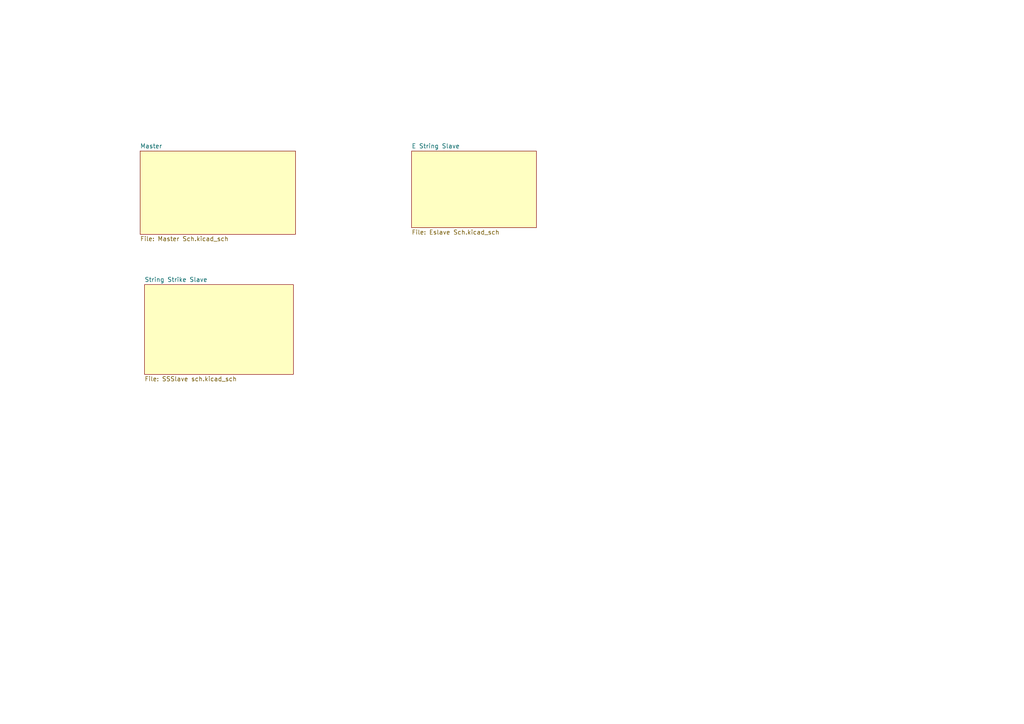
<source format=kicad_sch>
(kicad_sch
	(version 20231120)
	(generator "eeschema")
	(generator_version "8.0")
	(uuid "06818073-fb22-48ee-acc5-6dedd827034e")
	(paper "A4")
	(lib_symbols)
	(sheet
		(at 40.64 43.815)
		(size 45.085 24.13)
		(fields_autoplaced yes)
		(stroke
			(width 0.1524)
			(type solid)
		)
		(fill
			(color 255 255 194 1.0000)
		)
		(uuid "0dc3b915-e001-48bd-b9bb-7010249087fd")
		(property "Sheetname" "Master"
			(at 40.64 43.1034 0)
			(effects
				(font
					(size 1.27 1.27)
				)
				(justify left bottom)
			)
		)
		(property "Sheetfile" "Master Sch.kicad_sch"
			(at 40.64 68.5296 0)
			(effects
				(font
					(size 1.27 1.27)
				)
				(justify left top)
			)
		)
		(instances
			(project "Midi Bass Sch"
				(path "/06818073-fb22-48ee-acc5-6dedd827034e"
					(page "2")
				)
			)
		)
	)
	(sheet
		(at 119.38 43.815)
		(size 36.195 22.225)
		(fields_autoplaced yes)
		(stroke
			(width 0.1524)
			(type solid)
		)
		(fill
			(color 255 255 194 1.0000)
		)
		(uuid "55f5fc9c-362b-429f-ad6f-f98ffe4c4860")
		(property "Sheetname" "E String Slave"
			(at 119.38 43.1034 0)
			(effects
				(font
					(size 1.27 1.27)
				)
				(justify left bottom)
			)
		)
		(property "Sheetfile" "Eslave Sch.kicad_sch"
			(at 119.38 66.6246 0)
			(effects
				(font
					(size 1.27 1.27)
				)
				(justify left top)
			)
		)
		(instances
			(project "Midi Bass Sch"
				(path "/06818073-fb22-48ee-acc5-6dedd827034e"
					(page "3")
				)
			)
		)
	)
	(sheet
		(at 41.91 82.55)
		(size 43.18 26.035)
		(fields_autoplaced yes)
		(stroke
			(width 0.1524)
			(type solid)
		)
		(fill
			(color 255 255 194 1.0000)
		)
		(uuid "673444b1-2638-4f61-b545-e7cdf999c0e0")
		(property "Sheetname" "String Strike Slave"
			(at 41.91 81.8384 0)
			(effects
				(font
					(size 1.27 1.27)
				)
				(justify left bottom)
			)
		)
		(property "Sheetfile" "SSSlave sch.kicad_sch"
			(at 41.91 109.1696 0)
			(effects
				(font
					(size 1.27 1.27)
				)
				(justify left top)
			)
		)
		(instances
			(project "Midi Bass Sch"
				(path "/06818073-fb22-48ee-acc5-6dedd827034e"
					(page "4")
				)
			)
		)
	)
	(sheet_instances
		(path "/"
			(page "1")
		)
	)
)

</source>
